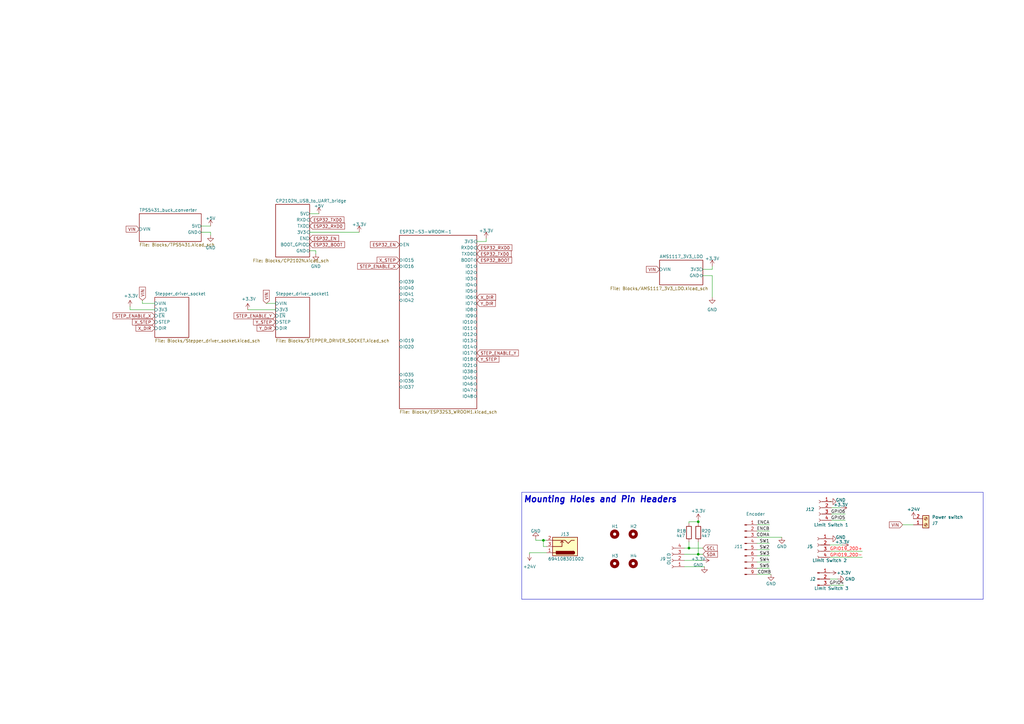
<source format=kicad_sch>
(kicad_sch (version 20250114) (generator "eeschema") (generator_version "9.0")
  (paper "A3")
  (title_block (title "ESP32_StepperDriver") (date "2023-05-02") (rev "Rev. V1.0.0") (company "Individual"))
  (lib_symbols
    (symbol "Connector:Barrel_Jack_Switch" (pin_names (hide yes))
      (property "Reference" "J" (at 0 5.334 0))
      (property "Value" "Barrel_Jack_Switch" (at 0 -5.08 0))
      (symbol "Barrel_Jack_Switch_0_1"
        (rectangle (start -5.08 3.81) (end 5.08 -3.81) (stroke (width 0.254)) (fill (type background)))
        (polyline (pts (xy -3.81 -2.54) (xy -2.54 -2.54) (xy -1.27 -1.27) (xy 0 -2.54) (xy 2.54 -2.54) (xy 5.08 -2.54)) (stroke (width 0.254)))
        (arc (start -3.302 1.905) (mid -3.9343 2.54) (end -3.302 3.175) (stroke (width 0.254)))
        (arc (start -3.302 1.905) (mid -3.9343 2.54) (end -3.302 3.175) (stroke (width 0.254)) (fill (type outline)))
        (polyline (pts (xy 1.27 -2.286) (xy 1.905 -1.651)) (stroke (width 0.254)))
        (rectangle (start 3.683 3.175) (end -3.302 1.905) (stroke (width 0.254)) (fill (type outline)))
        (polyline (pts (xy 5.08 2.54) (xy 3.81 2.54)) (stroke (width 0.254)))
        (polyline (pts (xy 5.08 0) (xy 1.27 0) (xy 1.27 -2.286) (xy 0.635 -1.651)) (stroke (width 0.254)))
      )
      (symbol "Barrel_Jack_Switch_1_1"
        (pin passive line (at 7.62 2.54 180) (length 2.54) (name "~") (number "1"))
        (pin passive line (at 7.62 0 180) (length 2.54) (name "~") (number "3"))
        (pin passive line (at 7.62 -2.54 180) (length 2.54) (name "~") (number "2"))
      )
    )
    (symbol "Connector:Conn_01x03_Pin" (pin_names (offset 1.016) (hide yes))
      (property "Reference" "J" (at 0 5.08 0))
      (property "Value" "Conn_01x03_Pin" (at 0 -5.08 0))
      (symbol "Conn_01x03_Pin_1_1"
        (rectangle (start 0.8636 2.667) (end 0 2.413) (stroke (width 0.1524)) (fill (type outline)))
        (rectangle (start 0.8636 0.127) (end 0 -0.127) (stroke (width 0.1524)) (fill (type outline)))
        (rectangle (start 0.8636 -2.413) (end 0 -2.667) (stroke (width 0.1524)) (fill (type outline)))
        (polyline (pts (xy 1.27 2.54) (xy 0.8636 2.54)) (stroke (width 0.1524)))
        (polyline (pts (xy 1.27 0) (xy 0.8636 0)) (stroke (width 0.1524)))
        (polyline (pts (xy 1.27 -2.54) (xy 0.8636 -2.54)) (stroke (width 0.1524)))
        (pin passive line (at 5.08 2.54 180) (length 3.81) (name "Pin_1") (number "1"))
        (pin passive line (at 5.08 0 180) (length 3.81) (name "Pin_2") (number "2"))
        (pin passive line (at 5.08 -2.54 180) (length 3.81) (name "Pin_3") (number "3"))
      )
    )
    (symbol "Connector:Conn_01x04_Female" (pin_names (offset 1.016) (hide yes))
      (property "Reference" "J" (at 0 5.08 0))
      (property "Value" "Conn_01x04_Female" (at 0 -7.62 0))
      (symbol "Conn_01x04_Female_1_1"
        (polyline (pts (xy -1.27 2.54) (xy -0.508 2.54)) (stroke (width 0.1524)))
        (polyline (pts (xy -1.27 0) (xy -0.508 0)) (stroke (width 0.1524)))
        (polyline (pts (xy -1.27 -2.54) (xy -0.508 -2.54)) (stroke (width 0.1524)))
        (polyline (pts (xy -1.27 -5.08) (xy -0.508 -5.08)) (stroke (width 0.1524)))
        (arc (start 0 2.032) (mid -0.5058 2.54) (end 0 3.048) (stroke (width 0.1524)))
        (arc (start 0 -0.508) (mid -0.5058 0) (end 0 0.508) (stroke (width 0.1524)))
        (arc (start 0 -3.048) (mid -0.5058 -2.54) (end 0 -2.032) (stroke (width 0.1524)))
        (arc (start 0 -5.588) (mid -0.5058 -5.08) (end 0 -4.572) (stroke (width 0.1524)))
        (pin passive line (at -5.08 2.54 0) (length 3.81) (name "Pin_1") (number "1"))
        (pin passive line (at -5.08 0 0) (length 3.81) (name "Pin_2") (number "2"))
        (pin passive line (at -5.08 -2.54 0) (length 3.81) (name "Pin_3") (number "3"))
        (pin passive line (at -5.08 -5.08 0) (length 3.81) (name "Pin_4") (number "4"))
      )
    )
    (symbol "Connector:Conn_01x09_Pin" (pin_names (offset 1.016) (hide yes))
      (property "Reference" "J" (at 0 12.7 0))
      (property "Value" "Conn_01x09_Pin" (at 0 -12.7 0))
      (symbol "Conn_01x09_Pin_1_1"
        (rectangle (start 0.8636 10.287) (end 0 10.033) (stroke (width 0.1524)) (fill (type outline)))
        (rectangle (start 0.8636 7.747) (end 0 7.493) (stroke (width 0.1524)) (fill (type outline)))
        (rectangle (start 0.8636 5.207) (end 0 4.953) (stroke (width 0.1524)) (fill (type outline)))
        (rectangle (start 0.8636 2.667) (end 0 2.413) (stroke (width 0.1524)) (fill (type outline)))
        (rectangle (start 0.8636 0.127) (end 0 -0.127) (stroke (width 0.1524)) (fill (type outline)))
        (rectangle (start 0.8636 -2.413) (end 0 -2.667) (stroke (width 0.1524)) (fill (type outline)))
        (rectangle (start 0.8636 -4.953) (end 0 -5.207) (stroke (width 0.1524)) (fill (type outline)))
        (rectangle (start 0.8636 -7.493) (end 0 -7.747) (stroke (width 0.1524)) (fill (type outline)))
        (rectangle (start 0.8636 -10.033) (end 0 -10.287) (stroke (width 0.1524)) (fill (type outline)))
        (polyline (pts (xy 1.27 10.16) (xy 0.8636 10.16)) (stroke (width 0.1524)))
        (polyline (pts (xy 1.27 7.62) (xy 0.8636 7.62)) (stroke (width 0.1524)))
        (polyline (pts (xy 1.27 5.08) (xy 0.8636 5.08)) (stroke (width 0.1524)))
        (polyline (pts (xy 1.27 2.54) (xy 0.8636 2.54)) (stroke (width 0.1524)))
        (polyline (pts (xy 1.27 0) (xy 0.8636 0)) (stroke (width 0.1524)))
        (polyline (pts (xy 1.27 -2.54) (xy 0.8636 -2.54)) (stroke (width 0.1524)))
        (polyline (pts (xy 1.27 -5.08) (xy 0.8636 -5.08)) (stroke (width 0.1524)))
        (polyline (pts (xy 1.27 -7.62) (xy 0.8636 -7.62)) (stroke (width 0.1524)))
        (polyline (pts (xy 1.27 -10.16) (xy 0.8636 -10.16)) (stroke (width 0.1524)))
        (pin passive line (at 5.08 10.16 180) (length 3.81) (name "Pin_1") (number "1"))
        (pin passive line (at 5.08 7.62 180) (length 3.81) (name "Pin_2") (number "2"))
        (pin passive line (at 5.08 5.08 180) (length 3.81) (name "Pin_3") (number "3"))
        (pin passive line (at 5.08 2.54 180) (length 3.81) (name "Pin_4") (number "4"))
        (pin passive line (at 5.08 0 180) (length 3.81) (name "Pin_5") (number "5"))
        (pin passive line (at 5.08 -2.54 180) (length 3.81) (name "Pin_6") (number "6"))
        (pin passive line (at 5.08 -5.08 180) (length 3.81) (name "Pin_7") (number "7"))
        (pin passive line (at 5.08 -7.62 180) (length 3.81) (name "Pin_8") (number "8"))
        (pin passive line (at 5.08 -10.16 180) (length 3.81) (name "Pin_9") (number "9"))
      )
    )
    (symbol "Connector:Screw_Terminal_01x02" (pin_names (offset 1.016) (hide yes))
      (property "Reference" "J" (at 0 2.54 0))
      (property "Value" "Screw_Terminal_01x02" (at 0 -5.08 0))
      (symbol "Screw_Terminal_01x02_1_1"
        (rectangle (start -1.27 1.27) (end 1.27 -3.81) (stroke (width 0.254)) (fill (type background)))
        (polyline (pts (xy -0.5334 0.3302) (xy 0.3302 -0.508)) (stroke (width 0.1524)))
        (polyline (pts (xy -0.5334 -2.2098) (xy 0.3302 -3.048)) (stroke (width 0.1524)))
        (polyline (pts (xy -0.3556 0.508) (xy 0.508 -0.3302)) (stroke (width 0.1524)))
        (polyline (pts (xy -0.3556 -2.032) (xy 0.508 -2.8702)) (stroke (width 0.1524)))
        (circle (center 0 0) (radius 0.635) (stroke (width 0.1524)))
        (circle (center 0 -2.54) (radius 0.635) (stroke (width 0.1524)))
        (pin passive line (at -5.08 0 0) (length 3.81) (name "Pin_1") (number "1"))
        (pin passive line (at -5.08 -2.54 0) (length 3.81) (name "Pin_2") (number "2"))
      )
    )
    (symbol "Device:R" (pin_numbers (hide yes)) (pin_names (offset 0))
      (property "Reference" "R" (at 2.032 0 90))
      (property "Value" "R" (at 0 0 90))
      (symbol "R_0_1"
        (rectangle (start -1.016 -2.54) (end 1.016 2.54) (stroke (width 0.254)))
      )
      (symbol "R_1_1"
        (pin passive line (at 0 3.81 270) (length 1.27) (name "~") (number "1"))
        (pin passive line (at 0 -3.81 90) (length 1.27) (name "~") (number "2"))
      )
    )
    (symbol "GND_1" (power) (pin_names (offset 0))
      (property "Value" "GND_1" (at 0 -3.81 0))
      (symbol "GND_1_0_1"
        (polyline (pts (xy 0 0) (xy 0 -1.27) (xy 1.27 -1.27) (xy 0 -2.54) (xy -1.27 -1.27) (xy 0 -1.27)))
      )
      (symbol "GND_1_1_1"
        (pin power_in line (at 0 0 270) (length 0) (hide yes) (name "GND") (number "1"))
      )
    )
    (symbol "Mechanical:MountingHole" (pin_names (offset 1.016))
      (property "Reference" "H" (at 0 5.08 0))
      (property "Value" "MountingHole" (at 0 3.175 0))
      (symbol "MountingHole_0_1"
        (circle (center 0 0) (radius 1.27) (stroke (width 1.27)))
      )
    )
    (symbol "power:+24V" (power) (pin_names (offset 0))
      (property "Value" "+24V" (at 0 3.556 0))
      (symbol "+24V_0_1"
        (polyline (pts (xy -0.762 1.27) (xy 0 2.54)))
        (polyline (pts (xy 0 2.54) (xy 0.762 1.27)))
        (polyline (pts (xy 0 0) (xy 0 2.54)))
      )
      (symbol "+24V_1_1"
        (pin power_in line (at 0 0 90) (length 0) (hide yes) (name "+24V") (number "1"))
      )
    )
    (symbol "power:+3.3V" (power) (pin_names (offset 0))
      (property "Value" "+3.3V" (at 0 3.556 0))
      (symbol "+3.3V_0_1"
        (polyline (pts (xy -0.762 1.27) (xy 0 2.54)))
        (polyline (pts (xy 0 2.54) (xy 0.762 1.27)))
        (polyline (pts (xy 0 0) (xy 0 2.54)))
      )
      (symbol "+3.3V_1_1"
        (pin power_in line (at 0 0 90) (length 0) (hide yes) (name "+3.3V") (number "1"))
      )
    )
    (symbol "power:+5V" (power) (pin_names (offset 0))
      (property "Value" "+5V" (at 0 3.556 0))
      (symbol "+5V_0_1"
        (polyline (pts (xy -0.762 1.27) (xy 0 2.54)))
        (polyline (pts (xy 0 2.54) (xy 0.762 1.27)))
        (polyline (pts (xy 0 0) (xy 0 2.54)))
      )
      (symbol "+5V_1_1"
        (pin power_in line (at 0 0 90) (length 0) (hide yes) (name "+5V") (number "1"))
      )
    )
    (symbol "power:GND" (power) (pin_names (offset 0))
      (property "Value" "GND" (at 0 -3.81 0))
      (symbol "GND_0_1"
        (polyline (pts (xy 0 0) (xy 0 -1.27) (xy 1.27 -1.27) (xy 0 -2.54) (xy -1.27 -1.27) (xy 0 -1.27)))
      )
      (symbol "GND_1_1"
        (pin power_in line (at 0 0 270) (length 0) (hide yes) (name "GND") (number "1"))
      )
    )
  )
  (text "Mounting Holes and Pin Headers " (at 214.63 206.375 0) (effects (font (size 2.5 2.5) (bold yes) (italic yes)) (justify left bottom)))
  (junction (at 286.385 227.33))
  (junction (at 222.885 221.615))
  (junction (at 282.575 224.79))
  (junction (at 286.385 213.995))
  (wire (pts (xy 58.42 124.46) (xy 63.5 124.46)))
  (wire (pts (xy 282.575 213.995) (xy 286.385 213.995)))
  (wire (pts (xy 86.36 95.25) (xy 86.36 96.52)))
  (wire (pts (xy 353.695 226.06) (xy 340.36 226.06)))
  (wire (pts (xy 282.575 224.79) (xy 288.29 224.79)))
  (wire (pts (xy 315.595 225.425) (xy 310.515 225.425)))
  (wire (pts (xy 340.36 228.6) (xy 353.695 228.6)))
  (wire (pts (xy 286.385 222.25) (xy 286.385 227.33)))
  (polyline (pts (xy 213.995 201.93) (xy 403.225 201.93)))
  (wire (pts (xy 315.595 233.045) (xy 310.515 233.045)))
  (wire (pts (xy 129.54 102.87) (xy 129.54 104.14)))
  (wire (pts (xy 346.71 213.36) (xy 340.995 213.36)))
  (wire (pts (xy 315.595 215.265) (xy 310.515 215.265)))
  (wire (pts (xy 340.995 205.74) (xy 340.36 205.74)))
  (wire (pts (xy 286.385 213.995) (xy 286.385 214.63)))
  (wire (pts (xy 315.595 222.885) (xy 310.515 222.885)))
  (wire (pts (xy 316.23 235.585) (xy 310.515 235.585)))
  (polyline (pts (xy 213.995 245.745) (xy 403.225 245.745)))
  (wire (pts (xy 101.6 127) (xy 113.03 127)))
  (wire (pts (xy 224.155 221.615) (xy 222.885 221.615)))
  (polyline (pts (xy 213.995 201.93) (xy 213.995 245.745)))
  (wire (pts (xy 109.22 124.46) (xy 113.03 124.46)))
  (wire (pts (xy 288.29 229.87) (xy 280.67 229.87)))
  (wire (pts (xy 315.595 227.965) (xy 310.515 227.965)))
  (wire (pts (xy 345.44 223.52) (xy 340.36 223.52)))
  (wire (pts (xy 127 102.87) (xy 129.54 102.87)))
  (wire (pts (xy 292.1 113.03) (xy 292.1 121.92)))
  (wire (pts (xy 282.575 224.79) (xy 280.67 224.79)))
  (wire (pts (xy 224.155 224.155) (xy 222.885 224.155)))
  (wire (pts (xy 286.385 227.33) (xy 280.67 227.33)))
  (wire (pts (xy 58.42 123.19) (xy 58.42 124.46)))
  (wire (pts (xy 199.39 99.06) (xy 199.39 97.79)))
  (wire (pts (xy 82.55 95.25) (xy 86.36 95.25)))
  (wire (pts (xy 53.34 125.73) (xy 53.34 127)))
  (wire (pts (xy 82.55 92.71) (xy 86.36 92.71)))
  (wire (pts (xy 286.385 213.36) (xy 286.385 213.995)))
  (wire (pts (xy 346.075 240.03) (xy 340.36 240.03)))
  (wire (pts (xy 292.1 110.49) (xy 292.1 109.22)))
  (wire (pts (xy 346.71 210.82) (xy 340.995 210.82)))
  (wire (pts (xy 288.29 110.49) (xy 292.1 110.49)))
  (wire (pts (xy 219.71 221.615) (xy 219.71 220.98)))
  (wire (pts (xy 127 87.63) (xy 130.81 87.63)))
  (wire (pts (xy 310.515 220.345) (xy 320.675 220.345)))
  (wire (pts (xy 53.34 127) (xy 63.5 127)))
  (wire (pts (xy 222.885 224.155) (xy 222.885 221.615)))
  (wire (pts (xy 217.17 227.33) (xy 217.17 226.695)))
  (wire (pts (xy 286.385 227.33) (xy 288.29 227.33)))
  (wire (pts (xy 282.575 222.25) (xy 282.575 224.79)))
  (wire (pts (xy 127 95.25) (xy 147.32 95.25)))
  (wire (pts (xy 195.58 99.06) (xy 199.39 99.06)))
  (wire (pts (xy 315.595 230.505) (xy 310.515 230.505)))
  (wire (pts (xy 315.595 217.805) (xy 310.515 217.805)))
  (wire (pts (xy 222.885 221.615) (xy 219.71 221.615)))
  (wire (pts (xy 370.205 215.265) (xy 374.65 215.265)))
  (wire (pts (xy 282.575 214.63) (xy 282.575 213.995)))
  (wire (pts (xy 343.535 237.49) (xy 340.36 237.49)))
  (wire (pts (xy 344.805 208.28) (xy 340.995 208.28)))
  (wire (pts (xy 288.29 113.03) (xy 292.1 113.03)))
  (wire (pts (xy 217.17 226.695) (xy 224.155 226.695)))
  (wire (pts (xy 288.925 232.41) (xy 280.67 232.41)))
  (polyline (pts (xy 403.225 245.745) (xy 403.225 201.93)))
  (label "SW3" (at 315.595 227.965 180))
  (label "GPIO4" (at 346.075 240.03 180))
  (label "COMA" (at 315.595 220.345 180))
  (label "COMB" (at 316.23 235.585 180))
  (label "ENCB" (at 315.595 217.805 180))
  (label "GPIO5" (at 346.71 213.36 180))
  (label "ENCA" (at 315.595 215.265 180))
  (label "SW1" (at 315.595 222.885 180))
  (label "GPIO6" (at 346.71 210.82 180))
  (label "SW5" (at 315.595 233.045 180))
  (label "SW2" (at 315.595 225.425 180))
  (label "GPIO19_20D+" (at 353.695 226.06 180))
  (label "SW4" (at 315.595 230.505 180))
  (label "GPIO19_20D-" (at 353.695 228.6 180))
  (global_label "VIN" (shape input) (at 370.205 215.265 180) (property "Intersheetrefs" "${INTERSHEET_REFS}" (effects (hide yes))))
  (global_label "X_STEP" (shape input) (at 63.5 132.08 180) (property "Intersheetrefs" "${INTERSHEET_REFS}" (effects (hide yes))))
  (global_label "SCL" (shape input) (at 288.29 224.79 0) (property "Intersheetrefs" "${INTERSHEET_REFS}" (effects (hide yes))))
  (global_label "VIN" (shape input) (at 109.22 124.46 90) (property "Intersheetrefs" "${INTERSHEET_REFS}" (effects (hide yes))))
  (global_label "STEP_ENABLE_X" (shape input) (at 163.83 109.22 180) (property "Intersheetrefs" "${INTERSHEET_REFS}" (effects (hide yes))))
  (global_label "SDA" (shape input) (at 288.29 227.33 0) (property "Intersheetrefs" "${INTERSHEET_REFS}" (effects (hide yes))))
  (global_label "STEP_ENABLE_Y" (shape input) (at 195.58 144.78 0) (property "Intersheetrefs" "${INTERSHEET_REFS}" (effects (hide yes))))
  (global_label "X_STEP" (shape input) (at 163.83 106.68 180) (property "Intersheetrefs" "${INTERSHEET_REFS}" (effects (hide yes))))
  (global_label "Y_STEP" (shape input) (at 195.58 147.32 0) (property "Intersheetrefs" "${INTERSHEET_REFS}" (effects (hide yes))))
  (global_label "ESP32_RXD0" (shape input) (at 195.58 101.6 0) (property "Intersheetrefs" "${INTERSHEET_REFS}" (effects (hide yes))))
  (global_label "ESP32_BOOT" (shape input) (at 195.58 106.68 0) (property "Intersheetrefs" "${INTERSHEET_REFS}" (effects (hide yes))))
  (global_label "ESP32_BOOT" (shape input) (at 127 100.33 0) (property "Intersheetrefs" "${INTERSHEET_REFS}" (effects (hide yes))))
  (global_label "ESP32_TXD0" (shape input) (at 195.58 104.14 0) (property "Intersheetrefs" "${INTERSHEET_REFS}" (effects (hide yes))))
  (global_label "VIN" (shape input) (at 58.42 123.19 90) (property "Intersheetrefs" "${INTERSHEET_REFS}" (effects (hide yes))))
  (global_label "X_DIR" (shape input) (at 63.5 134.62 180) (property "Intersheetrefs" "${INTERSHEET_REFS}" (effects (hide yes))))
  (global_label "ESP32_TXD0" (shape input) (at 127 90.17 0) (property "Intersheetrefs" "${INTERSHEET_REFS}" (effects (hide yes))))
  (global_label "VIN" (shape input) (at 57.15 93.98 180) (property "Intersheetrefs" "${INTERSHEET_REFS}" (effects (hide yes))))
  (global_label "ESP32_RXD0" (shape input) (at 127 92.71 0) (property "Intersheetrefs" "${INTERSHEET_REFS}" (effects (hide yes))))
  (global_label "ESP32_EN" (shape input) (at 127 97.79 0) (property "Intersheetrefs" "${INTERSHEET_REFS}" (effects (hide yes))))
  (global_label "ESP32_EN" (shape input) (at 163.83 100.33 180) (property "Intersheetrefs" "${INTERSHEET_REFS}" (effects (hide yes))))
  (global_label "Y_STEP" (shape input) (at 113.03 132.08 180) (property "Intersheetrefs" "${INTERSHEET_REFS}" (effects (hide yes))))
  (global_label "X_DIR" (shape input) (at 195.58 121.92 0) (property "Intersheetrefs" "${INTERSHEET_REFS}" (effects (hide yes))))
  (global_label "Y_DIR" (shape input) (at 113.03 134.62 180) (property "Intersheetrefs" "${INTERSHEET_REFS}" (effects (hide yes))))
  (global_label "STEP_ENABLE_Y" (shape input) (at 113.03 129.54 180) (property "Intersheetrefs" "${INTERSHEET_REFS}" (effects (hide yes))))
  (global_label "Y_DIR" (shape input) (at 195.58 124.46 0) (property "Intersheetrefs" "${INTERSHEET_REFS}" (effects (hide yes))))
  (global_label "STEP_ENABLE_X" (shape input) (at 63.5 129.54 180) (property "Intersheetrefs" "${INTERSHEET_REFS}" (effects (hide yes))))
  (global_label "VIN" (shape input) (at 270.51 110.49 180) (property "Intersheetrefs" "${INTERSHEET_REFS}" (effects (hide yes))))
  (symbol (lib_id "Device:R") (at 286.385 218.44 0) (unit 1)
    (property "Reference" "R20" (at 287.655 217.805 0) (effects (justify left)))
    (property "Value" "4k7" (at 287.655 219.71 0) (effects (justify left)))
    (property "Footprint" "Resistor_SMD:R_0402_1005Metric" (effects (hide yes)))
    (property "LCSC Part #" "C25900" (effects (hide yes)))
  )
  (symbol (lib_id "power:GND") (at 129.54 104.14 0) (unit 1)
    (property "Reference" "#PWR048" (effects (hide yes)))
    (property "Value" "GND" (at 129.54 109.22 0))
  )
  (symbol (lib_id "power:+3.3V") (at 53.34 125.73 0) (unit 1)
    (property "Reference" "#PWR06" (effects (hide yes)))
    (property "Value" "+3.3V" (at 53.721 121.3358 0))
  )
  (symbol (lib_id "power:GND") (at 288.925 232.41 0) (unit 1)
    (property "Reference" "#PWR031" (effects (hide yes)))
    (property "Value" "GND" (at 286.385 231.775 0))
  )
  (symbol (lib_id "Mechanical:MountingHole") (at 252.095 231.14 0) (unit 1) (in_bom no)
    (property "Reference" "H3" (at 250.825 227.965 0) (effects (justify left)))
    (property "Value" "MountingHole" (effects (hide yes)))
    (property "Footprint" "MountingHole:MountingHole_4.3mm_M4_Pad_TopOnly" (effects (hide yes)))
    (property "LCSC Part #" "x" (effects (hide yes)))
  )
  (symbol (lib_id "power:+3.3V") (at 101.6 127 0) (unit 1)
    (property "Reference" "#PWR08" (effects (hide yes)))
    (property "Value" "+3.3V" (at 101.981 122.6058 0))
  )
  (symbol (lib_id "power:+3.3V") (at 199.39 97.79 0) (unit 1)
    (property "Reference" "#PWR060" (effects (hide yes)))
    (property "Value" "+3.3V" (at 199.39 94.615 0))
  )
  (symbol (lib_id "power:GND") (at 340.36 220.98 90) (unit 1)
    (property "Reference" "#PWR036" (effects (hide yes)))
    (property "Value" "GND" (at 344.805 220.345 90))
  )
  (symbol (lib_id "Connector:Barrel_Jack_Switch") (at 231.775 224.155 180) (unit 1)
    (property "Reference" "J13" (at 229.87 219.075 0) (effects (justify right)))
    (property "Value" "694108301002" (at 224.79 229.235 0) (effects (justify right)))
    (property "Footprint" "Connector_BarrelJack:BarrelJack_Wuerth_6941xx301002" (effects (hide yes)))
    (property "LCSC Part #" "C5354965" (effects (hide yes)))
  )
  (symbol (lib_id "Connector:Conn_01x04_Female") (at 275.59 229.87 180) (unit 1)
    (property "Reference" "J9" (at 273.05 229.235 0) (effects (justify left)))
    (property "Value" "OLED" (at 274.32 226.695 90) (effects (justify left)))
    (property "Footprint" "Connector_JST:JST_SH_SM04B-SRSS-TB_1x04-1MP_P1.00mm_Horizontal" (effects (hide yes)))
    (property "LCSC Part #" "C160404" (effects (hide yes)))
  )
  (symbol (lib_id "Connector:Conn_01x04_Female") (at 335.28 223.52 0) (mirror y) (unit 1)
    (property "Reference" "J5" (at 333.375 224.155 0) (effects (justify left)))
    (property "Value" "Limit Switch 2" (at 347.345 229.87 0) (effects (justify left)))
    (property "Footprint" "Connector_JST:JST_PH_B4B-PH-K_1x04_P2.00mm_Vertical" (effects (hide yes)))
    (property "LCSC Part #" "C566009" (effects (hide yes)))
  )
  (symbol (lib_id "Connector:Conn_01x04_Female") (at 335.915 208.28 0) (mirror y) (unit 1)
    (property "Reference" "J12" (at 334.01 208.915 0) (effects (justify left)))
    (property "Value" "Limit Switch 1" (at 347.98 215.265 0) (effects (justify left)))
    (property "Footprint" "Connector_JST:JST_PH_B4B-PH-K_1x04_P2.00mm_Vertical" (effects (hide yes)))
    (property "LCSC Part #" "C566009" (effects (hide yes)))
  )
  (symbol (lib_id "power:+24V") (at 217.17 227.33 180) (unit 1)
    (property "Reference" "#PWR03" (effects (hide yes)))
    (property "Value" "+24V" (at 217.17 232.41 0))
  )
  (symbol (lib_id "power:GND") (at 292.1 121.92 0) (unit 1)
    (property "Reference" "#PWR049" (effects (hide yes)))
    (property "Value" "GND" (at 292.1 127 0))
  )
  (symbol (lib_id "power:+3.3V") (at 288.29 229.87 270) (unit 1)
    (property "Reference" "#PWR030" (effects (hide yes)))
    (property "Value" "+3.3V" (at 286.385 229.235 90))
  )
  (symbol (lib_id "power:GND") (at 316.23 235.585 0) (unit 1)
    (property "Reference" "#PWR032" (effects (hide yes)))
    (property "Value" "GND" (at 316.23 239.395 0))
  )
  (symbol (lib_id "Device:R") (at 282.575 218.44 0) (unit 1)
    (property "Reference" "R18" (at 277.495 217.805 0) (effects (justify left)))
    (property "Value" "4k7" (at 277.368 219.71 0) (effects (justify left)))
    (property "Footprint" "Resistor_SMD:R_0402_1005Metric" (effects (hide yes)))
    (property "LCSC Part #" "C25900" (effects (hide yes)))
  )
  (symbol (lib_id "Connector:Screw_Terminal_01x02") (at 379.73 215.265 0) (mirror x) (unit 1)
    (property "Reference" "J7" (at 382.27 214.63 0) (effects (justify left)))
    (property "Value" "Power switch" (at 382.27 212.09 0) (effects (justify left)))
    (property "Footprint" "TerminalBlock:TerminalBlock_bornier-2_P5.08mm" (effects (hide yes)))
  )
  (symbol (lib_id "power:+3.3V") (at 344.805 208.28 270) (unit 1)
    (property "Reference" "#PWR035" (effects (hide yes)))
    (property "Value" "+3.3V" (at 344.805 207.01 90))
  )
  (symbol (lib_id "Connector:Conn_01x03_Pin") (at 335.28 237.49 0) (unit 1)
    (property "Reference" "J2" (at 333.375 237.49 0))
    (property "Value" "Limit Switch 3" (at 340.995 241.3 0))
    (property "Footprint" "Connector_JST:JST_PH_B3B-PH-K_1x03_P2.00mm_Vertical" (effects (hide yes)))
    (property "LCSC Part #" "C131339" (effects (hide yes)))
  )
  (symbol (lib_id "Mechanical:MountingHole") (at 259.715 219.075 0) (unit 1) (in_bom no)
    (property "Reference" "H2" (at 258.445 215.9 0) (effects (justify left)))
    (property "Value" "MountingHole" (effects (hide yes)))
    (property "Footprint" "MountingHole:MountingHole_4.3mm_M4_Pad_TopOnly" (effects (hide yes)))
    (property "LCSC Part #" "x" (effects (hide yes)))
  )
  (symbol (lib_id "power:+3.3V") (at 345.44 223.52 270) (unit 1)
    (property "Reference" "#PWR038" (effects (hide yes)))
    (property "Value" "+3.3V" (at 345.44 222.25 90))
  )
  (symbol (lib_id "power:+3.3V") (at 147.32 95.25 0) (unit 1)
    (property "Reference" "#PWR054" (effects (hide yes)))
    (property "Value" "+3.3V" (at 147.32 92.075 0))
  )
  (symbol (lib_id "power:+3.3V") (at 286.385 213.36 0) (unit 1)
    (property "Reference" "#PWR042" (effects (hide yes)))
    (property "Value" "+3.3V" (at 286.385 209.55 0))
  )
  (symbol (lib_id "power:+3.3V") (at 340.36 234.95 270) (unit 1)
    (property "Reference" "#PWR021" (effects (hide yes)))
    (property "Value" "+3.3V" (at 346.075 234.95 90))
  )
  (symbol (lib_id "power:+24V") (at 374.65 212.725 0) (unit 1)
    (property "Reference" "#PWR05" (effects (hide yes)))
    (property "Value" "+24V" (at 374.65 208.915 0))
  )
  (symbol (lib_id "power:GND") (at 343.535 237.49 90) (unit 1)
    (property "Reference" "#PWR029" (effects (hide yes)))
    (property "Value" "GND" (at 348.615 237.49 90))
  )
  (symbol (lib_id "power:GND") (at 86.36 96.52 0) (unit 1)
    (property "Reference" "#PWR041" (effects (hide yes)))
    (property "Value" "GND" (at 86.36 101.6 0))
  )
  (symbol (lib_id "power:+5V") (at 130.81 87.63 0) (unit 1)
    (property "Reference" "#PWR045" (effects (hide yes)))
    (property "Value" "+5V" (at 130.81 84.455 0))
  )
  (symbol (lib_id "Connector:Conn_01x09_Pin") (at 305.435 225.425 0) (unit 1)
    (property "Reference" "J11" (at 302.895 224.155 0))
    (property "Value" "Encoder" (at 309.88 210.82 0))
    (property "Footprint" "Connector_JST:JST_PH_B9B-PH-SM4-TB_1x09-1MP_P2.00mm_Vertical" (effects (hide yes)))
    (property "LCSC Part #" "C545753" (effects (hide yes)))
  )
  (symbol (lib_id "power:+3.3V") (at 292.1 109.22 0) (unit 1)
    (property "Reference" "#PWR061" (effects (hide yes)))
    (property "Value" "+3.3V" (at 292.1 106.045 0))
  )
  (symbol (lib_name "GND_1") (lib_id "power:GND") (at 219.71 220.98 180) (unit 1)
    (property "Reference" "#PWR044" (effects (hide yes)))
    (property "Value" "GND" (at 219.71 217.805 0))
  )
  (symbol (lib_id "power:GND") (at 340.36 205.74 90) (unit 1)
    (property "Reference" "#PWR034" (effects (hide yes)))
    (property "Value" "GND" (at 344.805 205.105 90))
  )
  (symbol (lib_id "Mechanical:MountingHole") (at 259.715 231.14 0) (unit 1) (in_bom no)
    (property "Reference" "H4" (at 258.445 227.965 0) (effects (justify left)))
    (property "Value" "MountingHole" (effects (hide yes)))
    (property "Footprint" "MountingHole:MountingHole_4.3mm_M4_Pad_TopOnly" (effects (hide yes)))
    (property "LCSC Part #" "x" (effects (hide yes)))
  )
  (symbol (lib_id "power:+5V") (at 86.36 92.71 0) (unit 1)
    (property "Reference" "#PWR040" (effects (hide yes)))
    (property "Value" "+5V" (at 86.36 89.535 0))
  )
  (symbol (lib_id "power:GND") (at 320.675 220.345 0) (unit 1)
    (property "Reference" "#PWR033" (effects (hide yes)))
    (property "Value" "GND" (at 320.675 224.155 0))
  )
  (symbol (lib_id "Mechanical:MountingHole") (at 252.095 219.075 0) (unit 1) (in_bom no)
    (property "Reference" "H1" (at 250.825 215.9 0) (effects (justify left)))
    (property "Value" "MountingHole" (effects (hide yes)))
    (property "Footprint" "MountingHole:MountingHole_4.3mm_M4_Pad_TopOnly" (effects (hide yes)))
    (property "LCSC Part #" "x" (effects (hide yes)))
  )
  (sheet (at 163.83 96.52) (size 31.75 71.12) (stroke (width 0.1524))
    (property "Sheetname" "ESP32-S3-WROOM-1" (at 163.83 95.8084 0) (effects (justify left bottom)))
    (property "Sheetfile" "Blocks/ESP32S3_WROOM1.kicad_sch" (at 163.83 168.2246 0) (effects (justify left top)))
    (pin "3V3" input (at 195.58 99.06 0))
    (pin "BOOT" bidirectional (at 195.58 106.68 0))
    (pin "EN" bidirectional (at 163.83 100.33 180))
    (pin "IO1" bidirectional (at 195.58 109.22 0))
    (pin "IO2" bidirectional (at 195.58 111.76 0))
    (pin "IO3" bidirectional (at 195.58 114.3 0))
    (pin "IO4" bidirectional (at 195.58 116.84 0))
    (pin "IO5" bidirectional (at 195.58 119.38 0))
    (pin "IO6" bidirectional (at 195.58 121.92 0))
    (pin "IO7" bidirectional (at 195.58 124.46 0))
    (pin "IO8" bidirectional (at 195.58 127 0))
    (pin "IO9" bidirectional (at 195.58 129.54 0))
    (pin "IO10" bidirectional (at 195.58 132.08 0))
    (pin "IO11" bidirectional (at 195.58 134.62 0))
    (pin "IO12" bidirectional (at 195.58 137.16 0))
    (pin "IO13" bidirectional (at 195.58 139.7 0))
    (pin "IO14" bidirectional (at 195.58 142.24 0))
    (pin "IO15" bidirectional (at 163.83 106.68 180))
    (pin "IO16" bidirectional (at 163.83 109.22 180))
    (pin "IO17" bidirectional (at 195.58 144.78 0))
    (pin "IO18" bidirectional (at 195.58 147.32 0))
    (pin "IO19" bidirectional (at 163.83 139.7 180))
    (pin "IO20" bidirectional (at 163.83 142.24 180))
    (pin "IO21" bidirectional (at 195.58 149.86 0))
    (pin "IO35" bidirectional (at 163.83 153.67 180))
    (pin "IO36" bidirectional (at 163.83 156.21 180))
    (pin "IO37" bidirectional (at 163.83 158.75 180))
    (pin "IO38" bidirectional (at 195.58 152.4 0))
    (pin "IO39" bidirectional (at 163.83 115.57 180))
    (pin "IO40" bidirectional (at 163.83 118.11 180))
    (pin "IO41" bidirectional (at 163.83 120.65 180))
    (pin "IO42" bidirectional (at 163.83 123.19 180))
    (pin "IO45" bidirectional (at 195.58 154.94 0))
    (pin "IO46" bidirectional (at 195.58 157.48 0))
    (pin "IO47" bidirectional (at 195.58 160.02 0))
    (pin "IO48" bidirectional (at 195.58 162.56 0))
    (pin "RXD0" input (at 195.58 101.6 0))
    (pin "TXD0" output (at 195.58 104.14 0))
  )
  (sheet (at 57.15 87.63) (size 25.4 11.43) (stroke (width 0.1524))
    (property "Sheetname" "TPS5431_buck_converter" (at 57.15 86.9184 0) (effects (justify left bottom)))
    (property "Sheetfile" "Blocks/TPS5431.kicad_sch" (at 57.15 99.6446 0) (effects (justify left top)))
    (pin "5V" output (at 82.55 92.71 0))
    (pin "GND" bidirectional (at 82.55 95.25 0))
    (pin "VIN" input (at 57.15 93.98 180))
  )
  (sheet (at 113.03 121.92) (size 13.97 16.51) (stroke (width 0.1524))
    (property "Sheetname" "Stepper_driver_socket1" (at 113.03 121.2084 0) (effects (justify left bottom)))
    (property "Sheetfile" "Blocks/STEPPER_DRIVER_SOCKET.kicad_sch" (at 113.03 139.0146 0) (effects (justify left top)))
    (pin "3V3" input (at 113.03 127 180))
    (pin "DIR" input (at 113.03 134.62 180))
    (pin "STEP" input (at 113.03 132.08 180))
    (pin "VIN" input (at 113.03 124.46 180))
    (pin "~{EN}" input (at 113.03 129.54 180))
  )
  (sheet (at 270.51 106.68) (size 17.78 10.16) (stroke (width 0.1524))
    (property "Sheetname" "AMS1117_3V3_LDO" (at 270.51 105.9684 0) (effects (justify left bottom)))
    (property "Sheetfile" "Blocks/AMS1117_3V3_LDO.kicad_sch" (at 250.19 117.602 0) (effects (justify left top)))
    (pin "3V3" output (at 288.29 110.49 0))
    (pin "GND" bidirectional (at 288.29 113.03 0))
    (pin "VIN" input (at 270.51 110.49 180))
  )
  (sheet (at 63.5 121.92) (size 13.97 16.51) (stroke (width 0.1524))
    (property "Sheetname" "Stepper_driver_socket" (at 63.5 121.2084 0) (effects (justify left bottom)))
    (property "Sheetfile" "Blocks/Stepper_driver_socket.kicad_sch" (at 63.5 139.0146 0) (effects (justify left top)))
    (pin "3V3" input (at 63.5 127 180))
    (pin "DIR" input (at 63.5 134.62 180))
    (pin "STEP" input (at 63.5 132.08 180))
    (pin "VIN" input (at 63.5 124.46 180))
    (pin "~{EN}" input (at 63.5 129.54 180))
  )
  (sheet (at 113.03 83.82) (size 13.97 21.59) (stroke (width 0.1524))
    (property "Sheetname" "CP2102N_USB_to_UART_bridge" (at 113.03 83.1084 0) (effects (justify left bottom)))
    (property "Sheetfile" "Blocks/CP2102N.kicad_sch" (at 103.632 106.172 0) (effects (justify left top)))
    (pin "3V3" input (at 127 95.25 0))
    (pin "5V" output (at 127 87.63 0))
    (pin "BOOT_GPIO" output (at 127 100.33 0))
    (pin "EN" output (at 127 97.79 0))
    (pin "GND" bidirectional (at 127 102.87 0))
    (pin "RXD" input (at 127 90.17 0))
    (pin "TXD" output (at 127 92.71 0))
  )
)
</source>
